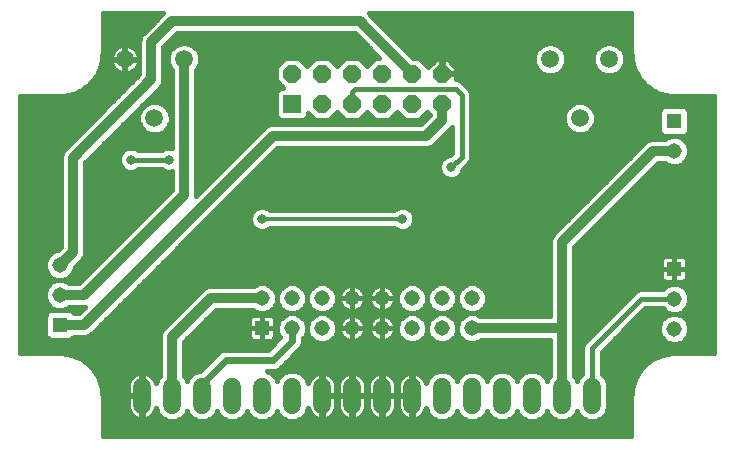
<source format=gbl>
G75*
G70*
%OFA0B0*%
%FSLAX24Y24*%
%IPPOS*%
%LPD*%
%AMOC8*
5,1,8,0,0,1.08239X$1,22.5*
%
%ADD10R,0.0600X0.0600*%
%ADD11OC8,0.0600*%
%ADD12C,0.0600*%
%ADD13R,0.0515X0.0515*%
%ADD14C,0.0515*%
%ADD15C,0.0594*%
%ADD16C,0.0160*%
%ADD17C,0.0450*%
%ADD18C,0.0320*%
%ADD19C,0.0320*%
%ADD20C,0.0120*%
%ADD21C,0.0240*%
D10*
X013705Y014728D03*
D11*
X014705Y014728D03*
X015705Y014728D03*
X016705Y014728D03*
X017705Y014728D03*
X018705Y014728D03*
X018705Y015728D03*
X017705Y015728D03*
X016705Y015728D03*
X015705Y015728D03*
X014705Y015728D03*
X013705Y015728D03*
D12*
X013705Y005291D02*
X013705Y004691D01*
X012705Y004691D02*
X012705Y005291D01*
X011705Y005291D02*
X011705Y004691D01*
X010705Y004691D02*
X010705Y005291D01*
X009705Y005291D02*
X009705Y004691D01*
X008705Y004691D02*
X008705Y005291D01*
X014705Y005291D02*
X014705Y004691D01*
X015705Y004691D02*
X015705Y005291D01*
X016705Y005291D02*
X016705Y004691D01*
X017705Y004691D02*
X017705Y005291D01*
X018705Y005291D02*
X018705Y004691D01*
X019705Y004691D02*
X019705Y005291D01*
X020705Y005291D02*
X020705Y004691D01*
X021705Y004691D02*
X021705Y005291D01*
X022705Y005291D02*
X022705Y004691D01*
X023705Y004691D02*
X023705Y005291D01*
D13*
X026442Y009224D03*
X026442Y014153D03*
X012705Y007247D03*
X005969Y007354D03*
D14*
X005969Y008354D03*
X005969Y009354D03*
X012705Y008247D03*
X013705Y008247D03*
X014705Y008247D03*
X015705Y008247D03*
X016705Y008247D03*
X017705Y008247D03*
X018705Y008247D03*
X019705Y008247D03*
X019705Y007247D03*
X018705Y007247D03*
X017705Y007247D03*
X016705Y007247D03*
X015705Y007247D03*
X014705Y007247D03*
X013705Y007247D03*
X026442Y007224D03*
X026442Y008224D03*
X026442Y013153D03*
D15*
X023292Y014243D03*
X024276Y016212D03*
X022308Y016212D03*
X010103Y016212D03*
X008134Y016212D03*
X009119Y014243D03*
D16*
X007390Y004953D02*
X007390Y003657D01*
X025020Y003657D01*
X025020Y004953D01*
X025018Y004961D01*
X025020Y005000D01*
X025020Y005039D01*
X025024Y005047D01*
X025031Y005147D01*
X025028Y005164D01*
X025034Y005194D01*
X025036Y005224D01*
X025044Y005240D01*
X025067Y005346D01*
X025067Y005363D01*
X025077Y005392D01*
X025084Y005422D01*
X025094Y005436D01*
X025132Y005538D01*
X025134Y005555D01*
X025148Y005582D01*
X025159Y005611D01*
X025171Y005624D01*
X025223Y005719D01*
X025227Y005736D01*
X025246Y005760D01*
X025260Y005787D01*
X025274Y005798D01*
X025339Y005885D01*
X025346Y005901D01*
X025367Y005923D01*
X025385Y005947D01*
X025401Y005956D01*
X025477Y006032D01*
X025486Y006048D01*
X025511Y006066D01*
X025532Y006088D01*
X025548Y006094D01*
X025635Y006159D01*
X025646Y006173D01*
X025673Y006187D01*
X025697Y006206D01*
X025714Y006210D01*
X025809Y006262D01*
X025822Y006274D01*
X025851Y006285D01*
X025878Y006299D01*
X025895Y006301D01*
X025997Y006339D01*
X026011Y006349D01*
X026041Y006356D01*
X026070Y006366D01*
X026087Y006366D01*
X026193Y006389D01*
X026209Y006397D01*
X026239Y006399D01*
X026269Y006405D01*
X026286Y006402D01*
X026386Y006409D01*
X026394Y006413D01*
X026433Y006413D01*
X026472Y006415D01*
X026480Y006413D01*
X027776Y006413D01*
X027776Y014988D01*
X026480Y014988D01*
X026472Y014985D01*
X026433Y014988D01*
X026394Y014988D01*
X026386Y014991D01*
X026286Y014998D01*
X026269Y014995D01*
X026239Y015002D01*
X026209Y015004D01*
X026193Y015012D01*
X026087Y015035D01*
X026070Y015034D01*
X026041Y015045D01*
X026011Y015051D01*
X025997Y015061D01*
X025895Y015099D01*
X025878Y015101D01*
X025851Y015116D01*
X025822Y015126D01*
X025809Y015138D01*
X025714Y015190D01*
X025697Y015194D01*
X025673Y015213D01*
X025646Y015227D01*
X025635Y015241D01*
X025548Y015306D01*
X025532Y015313D01*
X025511Y015334D01*
X025486Y015353D01*
X025477Y015368D01*
X025401Y015444D01*
X025385Y015453D01*
X025367Y015478D01*
X025346Y015499D01*
X025339Y015516D01*
X025274Y015602D01*
X025260Y015613D01*
X025246Y015640D01*
X025227Y015665D01*
X025223Y015682D01*
X025171Y015777D01*
X025159Y015790D01*
X025148Y015818D01*
X025134Y015845D01*
X025132Y015863D01*
X025094Y015964D01*
X025084Y015978D01*
X025077Y016008D01*
X025067Y016037D01*
X025067Y016054D01*
X025044Y016160D01*
X025036Y016176D01*
X025034Y016207D01*
X025028Y016236D01*
X025031Y016254D01*
X025024Y016353D01*
X025020Y016361D01*
X025020Y016400D01*
X025018Y016439D01*
X025020Y016448D01*
X025020Y017744D01*
X016255Y017744D01*
X016295Y017703D01*
X017731Y016268D01*
X017929Y016268D01*
X018245Y015951D01*
X018245Y015946D01*
X018507Y016208D01*
X018685Y016208D01*
X018685Y015748D01*
X018725Y015748D01*
X018725Y016208D01*
X018904Y016208D01*
X019185Y015926D01*
X019185Y015748D01*
X018726Y015748D01*
X018726Y015708D01*
X019185Y015708D01*
X019185Y015548D01*
X019222Y015548D01*
X019339Y015499D01*
X019536Y015302D01*
X019626Y015212D01*
X019675Y015095D01*
X019675Y013028D01*
X019675Y012900D01*
X019626Y012783D01*
X019410Y012567D01*
X019410Y012540D01*
X019350Y012393D01*
X019237Y012280D01*
X019090Y012219D01*
X018931Y012219D01*
X018784Y012280D01*
X018671Y012393D01*
X018610Y012540D01*
X018610Y012699D01*
X018671Y012846D01*
X018784Y012959D01*
X018931Y013019D01*
X018958Y013019D01*
X019035Y013096D01*
X019035Y013948D01*
X018513Y013426D01*
X018400Y013314D01*
X018253Y013253D01*
X013221Y013253D01*
X007096Y007127D01*
X006983Y007015D01*
X006836Y006954D01*
X006423Y006954D01*
X006363Y006893D01*
X006274Y006856D01*
X005664Y006856D01*
X005576Y006893D01*
X005508Y006960D01*
X005472Y007048D01*
X005472Y007659D01*
X005508Y007747D01*
X005576Y007815D01*
X005664Y007851D01*
X006274Y007851D01*
X006363Y007815D01*
X006423Y007754D01*
X006591Y007754D01*
X006791Y007954D01*
X006273Y007954D01*
X006251Y007932D01*
X006068Y007856D01*
X005870Y007856D01*
X005687Y007932D01*
X005547Y008072D01*
X005472Y008255D01*
X005472Y008453D01*
X005547Y008635D01*
X005687Y008775D01*
X005870Y008851D01*
X006068Y008851D01*
X006251Y008775D01*
X006273Y008754D01*
X006591Y008754D01*
X009703Y011866D01*
X009703Y012471D01*
X009690Y012466D01*
X009531Y012466D01*
X009384Y012526D01*
X009365Y012546D01*
X008577Y012546D01*
X008558Y012526D01*
X008411Y012466D01*
X008252Y012466D01*
X008105Y012526D01*
X007992Y012639D01*
X007931Y012786D01*
X007931Y012945D01*
X007992Y013092D01*
X008105Y013205D01*
X008252Y013265D01*
X008411Y013265D01*
X008558Y013205D01*
X008577Y013185D01*
X009365Y013185D01*
X009384Y013205D01*
X009531Y013265D01*
X009690Y013265D01*
X009703Y013260D01*
X009703Y015853D01*
X009648Y015908D01*
X009566Y016105D01*
X009566Y016319D01*
X009648Y016516D01*
X009799Y016667D01*
X009996Y016749D01*
X010210Y016749D01*
X010407Y016667D01*
X010558Y016516D01*
X010640Y016319D01*
X010640Y016105D01*
X010558Y015908D01*
X010503Y015853D01*
X010503Y011780D01*
X010503Y011666D01*
X012829Y013992D01*
X012976Y014053D01*
X013135Y014053D01*
X018008Y014053D01*
X018305Y014350D01*
X018305Y014364D01*
X018205Y014464D01*
X017929Y014188D01*
X017482Y014188D01*
X017205Y014464D01*
X016929Y014188D01*
X016482Y014188D01*
X016205Y014464D01*
X015929Y014188D01*
X015482Y014188D01*
X015205Y014464D01*
X014929Y014188D01*
X014482Y014188D01*
X014245Y014424D01*
X014245Y014380D01*
X014209Y014292D01*
X014141Y014224D01*
X014053Y014188D01*
X013358Y014188D01*
X013269Y014224D01*
X013202Y014292D01*
X013165Y014380D01*
X013165Y015075D01*
X013202Y015164D01*
X013269Y015231D01*
X013358Y015268D01*
X013402Y015268D01*
X013165Y015504D01*
X013165Y015951D01*
X013482Y016268D01*
X013929Y016268D01*
X014205Y015991D01*
X014482Y016268D01*
X014929Y016268D01*
X015205Y015991D01*
X015482Y016268D01*
X015929Y016268D01*
X016205Y015991D01*
X016482Y016268D01*
X016600Y016268D01*
X015791Y017077D01*
X009870Y017077D01*
X009419Y016626D01*
X009419Y015621D01*
X009419Y015462D01*
X009358Y015315D01*
X006794Y012751D01*
X006794Y009858D01*
X006794Y009699D01*
X006733Y009552D01*
X006467Y009285D01*
X006467Y009255D01*
X006391Y009072D01*
X006251Y008932D01*
X006068Y008856D01*
X005870Y008856D01*
X005687Y008932D01*
X005547Y009072D01*
X005472Y009255D01*
X005472Y009453D01*
X005547Y009635D01*
X005687Y009775D01*
X005870Y009851D01*
X005901Y009851D01*
X005994Y009945D01*
X005994Y012996D01*
X006055Y013143D01*
X006168Y013256D01*
X008619Y015707D01*
X008619Y016871D01*
X008680Y017018D01*
X008793Y017131D01*
X009406Y017744D01*
X007390Y017744D01*
X007390Y016448D01*
X007393Y016439D01*
X007390Y016400D01*
X007390Y016361D01*
X007387Y016353D01*
X007380Y016254D01*
X007383Y016236D01*
X007376Y016207D01*
X007374Y016176D01*
X007366Y016160D01*
X007343Y016054D01*
X007344Y016037D01*
X007333Y016008D01*
X007327Y015978D01*
X007317Y015964D01*
X007279Y015863D01*
X007277Y015845D01*
X007262Y015818D01*
X007252Y015790D01*
X007240Y015777D01*
X007188Y015682D01*
X007183Y015665D01*
X007165Y015640D01*
X007151Y015613D01*
X007137Y015602D01*
X007072Y015516D01*
X007065Y015499D01*
X007044Y015478D01*
X007025Y015453D01*
X007010Y015444D01*
X006934Y015368D01*
X006925Y015353D01*
X006900Y015334D01*
X006879Y015313D01*
X006862Y015306D01*
X006776Y015241D01*
X006765Y015227D01*
X006738Y015213D01*
X006713Y015194D01*
X006696Y015190D01*
X006601Y015138D01*
X006588Y015126D01*
X006560Y015116D01*
X006533Y015101D01*
X006515Y015099D01*
X006414Y015061D01*
X006400Y015051D01*
X006370Y015045D01*
X006341Y015034D01*
X006323Y015035D01*
X006218Y015012D01*
X006202Y015004D01*
X006171Y015002D01*
X006142Y014995D01*
X006124Y014998D01*
X006025Y014991D01*
X006017Y014988D01*
X005978Y014988D01*
X005939Y014985D01*
X005930Y014988D01*
X004634Y014988D01*
X004634Y006413D01*
X005930Y006413D01*
X005939Y006415D01*
X005978Y006413D01*
X006017Y006413D01*
X006025Y006409D01*
X006124Y006402D01*
X006142Y006405D01*
X006171Y006399D01*
X006202Y006397D01*
X006218Y006389D01*
X006323Y006366D01*
X006341Y006366D01*
X006370Y006356D01*
X006400Y006349D01*
X006414Y006339D01*
X006515Y006301D01*
X006533Y006299D01*
X006560Y006285D01*
X006588Y006274D01*
X006601Y006262D01*
X006696Y006210D01*
X006713Y006206D01*
X006738Y006187D01*
X006765Y006173D01*
X006776Y006159D01*
X006862Y006094D01*
X006879Y006088D01*
X006900Y006066D01*
X006925Y006048D01*
X006934Y006032D01*
X007010Y005956D01*
X007025Y005947D01*
X007044Y005923D01*
X007065Y005901D01*
X007072Y005885D01*
X007137Y005798D01*
X007151Y005787D01*
X007165Y005760D01*
X007183Y005736D01*
X007188Y005719D01*
X007240Y005624D01*
X007252Y005611D01*
X007262Y005582D01*
X007277Y005555D01*
X007279Y005538D01*
X007317Y005436D01*
X007327Y005422D01*
X007333Y005392D01*
X007344Y005363D01*
X007343Y005346D01*
X007366Y005240D01*
X007374Y005224D01*
X007376Y005194D01*
X007383Y005164D01*
X007380Y005147D01*
X007387Y005047D01*
X007390Y005039D01*
X007390Y005000D01*
X007393Y004961D01*
X007390Y004953D01*
X007390Y005002D02*
X008685Y005002D01*
X008685Y005011D02*
X008685Y004971D01*
X008725Y004971D01*
X008725Y004211D01*
X008743Y004211D01*
X008818Y004223D01*
X008890Y004247D01*
X008957Y004281D01*
X009018Y004325D01*
X009071Y004379D01*
X009116Y004440D01*
X009150Y004507D01*
X009171Y004571D01*
X009248Y004386D01*
X009399Y004234D01*
X009598Y004151D01*
X009813Y004151D01*
X010011Y004234D01*
X010163Y004386D01*
X010205Y004488D01*
X010248Y004386D01*
X010399Y004234D01*
X010598Y004151D01*
X010813Y004151D01*
X011011Y004234D01*
X011163Y004386D01*
X011205Y004488D01*
X011248Y004386D01*
X011399Y004234D01*
X011598Y004151D01*
X011813Y004151D01*
X012011Y004234D01*
X012163Y004386D01*
X012205Y004488D01*
X012248Y004386D01*
X012399Y004234D01*
X012598Y004151D01*
X012813Y004151D01*
X013011Y004234D01*
X013163Y004386D01*
X013205Y004488D01*
X013248Y004386D01*
X013399Y004234D01*
X013598Y004151D01*
X013813Y004151D01*
X014011Y004234D01*
X014163Y004386D01*
X014240Y004571D01*
X014261Y004507D01*
X014295Y004440D01*
X014339Y004379D01*
X014393Y004325D01*
X014454Y004281D01*
X014521Y004247D01*
X014593Y004223D01*
X014668Y004211D01*
X014685Y004211D01*
X014685Y004971D01*
X014725Y004971D01*
X014725Y004211D01*
X014743Y004211D01*
X014818Y004223D01*
X014890Y004247D01*
X014957Y004281D01*
X015018Y004325D01*
X015071Y004379D01*
X015116Y004440D01*
X015150Y004507D01*
X015174Y004579D01*
X015185Y004654D01*
X015185Y004971D01*
X014726Y004971D01*
X014726Y005011D01*
X015185Y005011D01*
X015185Y005329D01*
X015174Y005404D01*
X015150Y005476D01*
X015116Y005543D01*
X015071Y005604D01*
X015018Y005658D01*
X014957Y005702D01*
X014890Y005736D01*
X014818Y005760D01*
X014743Y005771D01*
X014725Y005771D01*
X014725Y005012D01*
X014685Y005012D01*
X014685Y005771D01*
X014668Y005771D01*
X014593Y005760D01*
X014521Y005736D01*
X014454Y005702D01*
X014393Y005658D01*
X014339Y005604D01*
X014295Y005543D01*
X014261Y005476D01*
X014240Y005412D01*
X014163Y005597D01*
X014011Y005749D01*
X013813Y005831D01*
X013598Y005831D01*
X013399Y005749D01*
X013248Y005597D01*
X013205Y005495D01*
X013163Y005597D01*
X013011Y005749D01*
X012858Y005813D01*
X013127Y005813D01*
X013260Y005867D01*
X013361Y005969D01*
X014011Y006618D01*
X014065Y006751D01*
X014065Y006894D01*
X014065Y006904D01*
X014127Y006966D01*
X014203Y007148D01*
X014203Y007346D01*
X014127Y007529D01*
X013987Y007669D01*
X013804Y007745D01*
X013606Y007745D01*
X013424Y007669D01*
X013284Y007529D01*
X013208Y007346D01*
X013208Y007148D01*
X013284Y006966D01*
X013312Y006938D01*
X012907Y006533D01*
X011564Y006533D01*
X011421Y006533D01*
X011289Y006478D01*
X010643Y005831D01*
X010598Y005831D01*
X010399Y005749D01*
X010248Y005597D01*
X010205Y005495D01*
X010163Y005597D01*
X010105Y005655D01*
X010105Y006794D01*
X011158Y007847D01*
X012402Y007847D01*
X012424Y007826D01*
X012606Y007750D01*
X012804Y007750D01*
X012987Y007826D01*
X013127Y007966D01*
X013203Y008148D01*
X013203Y008346D01*
X013127Y008529D01*
X012987Y008669D01*
X012804Y008745D01*
X012606Y008745D01*
X012424Y008669D01*
X012402Y008647D01*
X011072Y008647D01*
X010913Y008647D01*
X010766Y008586D01*
X009479Y007299D01*
X009366Y007187D01*
X009305Y007040D01*
X009305Y005655D01*
X009248Y005597D01*
X009171Y005412D01*
X009150Y005476D01*
X009116Y005543D01*
X009071Y005604D01*
X009018Y005658D01*
X008957Y005702D01*
X008890Y005736D01*
X008818Y005760D01*
X008743Y005771D01*
X008725Y005771D01*
X008725Y005012D01*
X008685Y005012D01*
X008685Y005771D01*
X008668Y005771D01*
X008593Y005760D01*
X008521Y005736D01*
X008454Y005702D01*
X008393Y005658D01*
X008339Y005604D01*
X008295Y005543D01*
X008261Y005476D01*
X008237Y005404D01*
X008225Y005329D01*
X008225Y005011D01*
X008685Y005011D01*
X008685Y004971D02*
X008225Y004971D01*
X008225Y004654D01*
X008237Y004579D01*
X008261Y004507D01*
X008295Y004440D01*
X008339Y004379D01*
X008393Y004325D01*
X008454Y004281D01*
X008521Y004247D01*
X008593Y004223D01*
X008668Y004211D01*
X008685Y004211D01*
X008685Y004971D01*
X008685Y004844D02*
X008725Y004844D01*
X008725Y004685D02*
X008685Y004685D01*
X008685Y004526D02*
X008725Y004526D01*
X008725Y004368D02*
X008685Y004368D01*
X008350Y004368D02*
X007390Y004368D01*
X007390Y004526D02*
X008254Y004526D01*
X008225Y004685D02*
X007390Y004685D01*
X007390Y004844D02*
X008225Y004844D01*
X008225Y005161D02*
X007382Y005161D01*
X007349Y005319D02*
X008225Y005319D01*
X008262Y005478D02*
X007301Y005478D01*
X007233Y005636D02*
X008371Y005636D01*
X008685Y005636D02*
X008725Y005636D01*
X008725Y005478D02*
X008685Y005478D01*
X008685Y005319D02*
X008725Y005319D01*
X008725Y005161D02*
X008685Y005161D01*
X009149Y005478D02*
X009198Y005478D01*
X009286Y005636D02*
X009039Y005636D01*
X009305Y005795D02*
X007141Y005795D01*
X007014Y005953D02*
X009305Y005953D01*
X009305Y006112D02*
X006839Y006112D01*
X006592Y006270D02*
X009305Y006270D01*
X009305Y006429D02*
X004634Y006429D01*
X004634Y006588D02*
X009305Y006588D01*
X009305Y006746D02*
X004634Y006746D01*
X004634Y006905D02*
X005564Y006905D01*
X005472Y007063D02*
X004634Y007063D01*
X004634Y007222D02*
X005472Y007222D01*
X005472Y007380D02*
X004634Y007380D01*
X004634Y007539D02*
X005472Y007539D01*
X005488Y007697D02*
X004634Y007697D01*
X004634Y007856D02*
X006693Y007856D01*
X007349Y007380D02*
X009560Y007380D01*
X009401Y007222D02*
X007190Y007222D01*
X007032Y007063D02*
X009315Y007063D01*
X009305Y006905D02*
X006374Y006905D01*
X007507Y007539D02*
X009719Y007539D01*
X009877Y007697D02*
X007666Y007697D01*
X007824Y007856D02*
X010036Y007856D01*
X010194Y008014D02*
X007983Y008014D01*
X008141Y008173D02*
X010353Y008173D01*
X010511Y008332D02*
X008300Y008332D01*
X008459Y008490D02*
X010670Y008490D01*
X011008Y007697D02*
X013492Y007697D01*
X013606Y007750D02*
X013804Y007750D01*
X013987Y007826D01*
X014127Y007966D01*
X014203Y008148D01*
X014203Y008346D01*
X014127Y008529D01*
X013987Y008669D01*
X013804Y008745D01*
X013606Y008745D01*
X013424Y008669D01*
X013284Y008529D01*
X013208Y008346D01*
X013208Y008148D01*
X013284Y007966D01*
X013424Y007826D01*
X013606Y007750D01*
X013393Y007856D02*
X013017Y007856D01*
X012987Y007685D02*
X012706Y007685D01*
X012706Y007248D01*
X013143Y007248D01*
X013143Y007529D01*
X013131Y007574D01*
X013107Y007615D01*
X013073Y007649D01*
X013032Y007673D01*
X012987Y007685D01*
X013140Y007539D02*
X013293Y007539D01*
X013222Y007380D02*
X013143Y007380D01*
X013143Y007247D02*
X012706Y007247D01*
X012706Y007248D01*
X012705Y007248D01*
X012705Y007685D01*
X012424Y007685D01*
X012378Y007673D01*
X012337Y007649D01*
X012304Y007615D01*
X012280Y007574D01*
X012268Y007529D01*
X012268Y007248D01*
X012705Y007248D01*
X012705Y007247D01*
X012706Y007247D01*
X012706Y006810D01*
X012987Y006810D01*
X013032Y006822D01*
X013073Y006846D01*
X013107Y006879D01*
X013131Y006920D01*
X013143Y006966D01*
X013143Y007247D01*
X013143Y007222D02*
X013208Y007222D01*
X013243Y007063D02*
X013143Y007063D01*
X013121Y006905D02*
X013279Y006905D01*
X013120Y006746D02*
X010105Y006746D01*
X010105Y006588D02*
X012962Y006588D01*
X012705Y006810D02*
X012424Y006810D01*
X012378Y006822D01*
X012337Y006846D01*
X012304Y006879D01*
X012280Y006920D01*
X012268Y006966D01*
X012268Y007247D01*
X012705Y007247D01*
X012705Y006810D01*
X012705Y006905D02*
X012706Y006905D01*
X012705Y007063D02*
X012706Y007063D01*
X012705Y007222D02*
X012706Y007222D01*
X012705Y007380D02*
X012706Y007380D01*
X012705Y007539D02*
X012706Y007539D01*
X012271Y007539D02*
X010850Y007539D01*
X010691Y007380D02*
X012268Y007380D01*
X012268Y007222D02*
X010533Y007222D01*
X010374Y007063D02*
X012268Y007063D01*
X012289Y006905D02*
X010216Y006905D01*
X010105Y006429D02*
X011240Y006429D01*
X011082Y006270D02*
X010105Y006270D01*
X010105Y006112D02*
X010923Y006112D01*
X010764Y005953D02*
X010105Y005953D01*
X010105Y005795D02*
X010510Y005795D01*
X010286Y005636D02*
X010124Y005636D01*
X009189Y004526D02*
X009156Y004526D01*
X009061Y004368D02*
X009265Y004368D01*
X009458Y004209D02*
X007390Y004209D01*
X007390Y004051D02*
X025020Y004051D01*
X025020Y004209D02*
X023953Y004209D01*
X024011Y004234D02*
X024163Y004386D01*
X024245Y004584D01*
X024245Y005399D01*
X024163Y005597D01*
X024025Y005735D01*
X024025Y006445D01*
X025484Y007904D01*
X026058Y007904D01*
X026160Y007802D01*
X026343Y007726D01*
X026541Y007726D01*
X026723Y007802D01*
X026863Y007942D01*
X026939Y008125D01*
X026939Y008323D01*
X026863Y008506D01*
X026723Y008645D01*
X026541Y008721D01*
X026343Y008721D01*
X026160Y008645D01*
X026058Y008544D01*
X025415Y008544D01*
X025288Y008544D01*
X025170Y008495D01*
X023434Y006759D01*
X023385Y006641D01*
X023385Y006514D01*
X023385Y005735D01*
X023248Y005597D01*
X023205Y005495D01*
X023163Y005597D01*
X023101Y005659D01*
X023101Y007168D01*
X023101Y007327D01*
X023101Y009944D01*
X025910Y012753D01*
X026138Y012753D01*
X026160Y012731D01*
X026343Y012655D01*
X026541Y012655D01*
X026723Y012731D01*
X026863Y012871D01*
X026939Y013054D01*
X026939Y013252D01*
X026863Y013435D01*
X026723Y013575D01*
X026541Y013650D01*
X026343Y013650D01*
X026160Y013575D01*
X026138Y013553D01*
X025824Y013553D01*
X025665Y013553D01*
X025518Y013492D01*
X022475Y010449D01*
X022475Y010449D01*
X022362Y010336D01*
X022301Y010189D01*
X022301Y007647D01*
X020009Y007647D01*
X019987Y007669D01*
X019804Y007745D01*
X019606Y007745D01*
X019424Y007669D01*
X019284Y007529D01*
X019208Y007346D01*
X019208Y007148D01*
X019284Y006966D01*
X019424Y006826D01*
X019606Y006750D01*
X019804Y006750D01*
X019987Y006826D01*
X020009Y006847D01*
X022301Y006847D01*
X022301Y005651D01*
X022248Y005597D01*
X022205Y005495D01*
X022163Y005597D01*
X022011Y005749D01*
X021813Y005831D01*
X021598Y005831D01*
X021399Y005749D01*
X021248Y005597D01*
X021205Y005495D01*
X021163Y005597D01*
X021011Y005749D01*
X020813Y005831D01*
X020598Y005831D01*
X020399Y005749D01*
X020248Y005597D01*
X020205Y005495D01*
X020163Y005597D01*
X020011Y005749D01*
X019813Y005831D01*
X019598Y005831D01*
X019399Y005749D01*
X019248Y005597D01*
X019205Y005495D01*
X019163Y005597D01*
X019011Y005749D01*
X018813Y005831D01*
X018598Y005831D01*
X018399Y005749D01*
X018248Y005597D01*
X018171Y005412D01*
X018150Y005476D01*
X018116Y005543D01*
X018071Y005604D01*
X018018Y005658D01*
X017957Y005702D01*
X017890Y005736D01*
X017818Y005760D01*
X017743Y005771D01*
X017725Y005771D01*
X017725Y005012D01*
X017685Y005012D01*
X017685Y005771D01*
X017668Y005771D01*
X017593Y005760D01*
X017521Y005736D01*
X017454Y005702D01*
X017393Y005658D01*
X017339Y005604D01*
X017295Y005543D01*
X017261Y005476D01*
X017237Y005404D01*
X017225Y005329D01*
X017225Y005011D01*
X017685Y005011D01*
X017685Y004971D01*
X017725Y004971D01*
X017725Y004211D01*
X017743Y004211D01*
X017818Y004223D01*
X017890Y004247D01*
X017957Y004281D01*
X018018Y004325D01*
X018071Y004379D01*
X018116Y004440D01*
X018150Y004507D01*
X018171Y004571D01*
X018248Y004386D01*
X018399Y004234D01*
X018598Y004151D01*
X018813Y004151D01*
X019011Y004234D01*
X019163Y004386D01*
X019205Y004488D01*
X019248Y004386D01*
X019399Y004234D01*
X019598Y004151D01*
X019813Y004151D01*
X020011Y004234D01*
X020163Y004386D01*
X020205Y004488D01*
X020248Y004386D01*
X020399Y004234D01*
X020598Y004151D01*
X020813Y004151D01*
X021011Y004234D01*
X021163Y004386D01*
X021205Y004488D01*
X021248Y004386D01*
X021399Y004234D01*
X021598Y004151D01*
X021813Y004151D01*
X022011Y004234D01*
X022163Y004386D01*
X022205Y004488D01*
X022248Y004386D01*
X022399Y004234D01*
X022598Y004151D01*
X022813Y004151D01*
X023011Y004234D01*
X023163Y004386D01*
X023205Y004488D01*
X023248Y004386D01*
X023399Y004234D01*
X023598Y004151D01*
X023813Y004151D01*
X024011Y004234D01*
X024145Y004368D02*
X025020Y004368D01*
X025020Y004526D02*
X024221Y004526D01*
X024245Y004685D02*
X025020Y004685D01*
X025020Y004844D02*
X024245Y004844D01*
X024245Y005002D02*
X025020Y005002D01*
X025028Y005161D02*
X024245Y005161D01*
X024245Y005319D02*
X025062Y005319D01*
X025109Y005478D02*
X024213Y005478D01*
X024124Y005636D02*
X025178Y005636D01*
X025270Y005795D02*
X024025Y005795D01*
X024025Y005953D02*
X025396Y005953D01*
X025572Y006112D02*
X024025Y006112D01*
X024025Y006270D02*
X025819Y006270D01*
X026160Y006802D02*
X026343Y006726D01*
X026541Y006726D01*
X026723Y006802D01*
X026863Y006942D01*
X026939Y007125D01*
X026939Y007323D01*
X026863Y007506D01*
X026723Y007645D01*
X026541Y007721D01*
X026343Y007721D01*
X026160Y007645D01*
X026020Y007506D01*
X025944Y007323D01*
X025944Y007125D01*
X026020Y006942D01*
X026160Y006802D01*
X026057Y006905D02*
X024485Y006905D01*
X024643Y007063D02*
X025970Y007063D01*
X025944Y007222D02*
X024802Y007222D01*
X024960Y007380D02*
X025968Y007380D01*
X026053Y007539D02*
X025119Y007539D01*
X025278Y007697D02*
X026285Y007697D01*
X026106Y007856D02*
X025436Y007856D01*
X025351Y008224D02*
X023705Y006578D01*
X023705Y004991D01*
X023265Y004368D02*
X023145Y004368D01*
X022953Y004209D02*
X023458Y004209D01*
X022458Y004209D02*
X021953Y004209D01*
X022145Y004368D02*
X022265Y004368D01*
X022705Y004991D02*
X022701Y004995D01*
X022286Y005636D02*
X022124Y005636D01*
X022301Y005795D02*
X021901Y005795D01*
X022301Y005953D02*
X013346Y005953D01*
X013504Y006112D02*
X022301Y006112D01*
X022301Y006270D02*
X013663Y006270D01*
X013821Y006429D02*
X022301Y006429D01*
X022301Y006588D02*
X013980Y006588D01*
X014063Y006746D02*
X022301Y006746D01*
X022701Y007247D02*
X022701Y007354D01*
X023101Y007380D02*
X024055Y007380D01*
X023897Y007222D02*
X023101Y007222D01*
X023101Y007063D02*
X023738Y007063D01*
X023580Y006905D02*
X023101Y006905D01*
X023101Y006746D02*
X023429Y006746D01*
X023385Y006588D02*
X023101Y006588D01*
X023101Y006429D02*
X023385Y006429D01*
X023385Y006270D02*
X023101Y006270D01*
X023101Y006112D02*
X023385Y006112D01*
X023385Y005953D02*
X023101Y005953D01*
X023101Y005795D02*
X023385Y005795D01*
X023286Y005636D02*
X023124Y005636D01*
X024025Y006429D02*
X027776Y006429D01*
X027776Y006588D02*
X024168Y006588D01*
X024326Y006746D02*
X026295Y006746D01*
X026588Y006746D02*
X027776Y006746D01*
X027776Y006905D02*
X026826Y006905D01*
X026913Y007063D02*
X027776Y007063D01*
X027776Y007222D02*
X026939Y007222D01*
X026915Y007380D02*
X027776Y007380D01*
X027776Y007539D02*
X026830Y007539D01*
X026598Y007697D02*
X027776Y007697D01*
X027776Y007856D02*
X026777Y007856D01*
X026893Y008014D02*
X027776Y008014D01*
X027776Y008173D02*
X026939Y008173D01*
X026935Y008332D02*
X027776Y008332D01*
X027776Y008490D02*
X026870Y008490D01*
X026716Y008649D02*
X027776Y008649D01*
X027776Y008807D02*
X026783Y008807D01*
X026769Y008799D02*
X026810Y008822D01*
X026843Y008856D01*
X026867Y008897D01*
X026879Y008943D01*
X026879Y009224D01*
X026879Y009505D01*
X026867Y009551D01*
X026843Y009592D01*
X026810Y009625D01*
X026769Y009649D01*
X026723Y009661D01*
X026442Y009661D01*
X026442Y009224D01*
X026879Y009224D01*
X026442Y009224D01*
X026442Y009224D01*
X026441Y009224D01*
X026441Y009224D01*
X026004Y009224D01*
X026004Y009505D01*
X026016Y009551D01*
X026040Y009592D01*
X026074Y009625D01*
X026115Y009649D01*
X026160Y009661D01*
X026441Y009661D01*
X026441Y009224D01*
X026004Y009224D01*
X026004Y008943D01*
X026016Y008897D01*
X026040Y008856D01*
X026074Y008822D01*
X026115Y008799D01*
X026160Y008786D01*
X026441Y008786D01*
X026441Y009223D01*
X026442Y009223D01*
X026442Y008786D01*
X026723Y008786D01*
X026769Y008799D01*
X026879Y008966D02*
X027776Y008966D01*
X027776Y009124D02*
X026879Y009124D01*
X026879Y009283D02*
X027776Y009283D01*
X027776Y009441D02*
X026879Y009441D01*
X026835Y009600D02*
X027776Y009600D01*
X027776Y009758D02*
X023101Y009758D01*
X023101Y009600D02*
X026048Y009600D01*
X026004Y009441D02*
X023101Y009441D01*
X023101Y009283D02*
X026004Y009283D01*
X026004Y009124D02*
X023101Y009124D01*
X023101Y008966D02*
X026004Y008966D01*
X026100Y008807D02*
X023101Y008807D01*
X023101Y008649D02*
X026167Y008649D01*
X026441Y008807D02*
X026442Y008807D01*
X026441Y008966D02*
X026442Y008966D01*
X026441Y009124D02*
X026442Y009124D01*
X026441Y009283D02*
X026442Y009283D01*
X026441Y009441D02*
X026442Y009441D01*
X026441Y009600D02*
X026442Y009600D01*
X027776Y009917D02*
X023101Y009917D01*
X023233Y010076D02*
X027776Y010076D01*
X027776Y010234D02*
X023392Y010234D01*
X023550Y010393D02*
X027776Y010393D01*
X027776Y010551D02*
X023709Y010551D01*
X023867Y010710D02*
X027776Y010710D01*
X027776Y010868D02*
X024026Y010868D01*
X024184Y011027D02*
X027776Y011027D01*
X027776Y011185D02*
X024343Y011185D01*
X024501Y011344D02*
X027776Y011344D01*
X027776Y011502D02*
X024660Y011502D01*
X024818Y011661D02*
X027776Y011661D01*
X027776Y011819D02*
X024977Y011819D01*
X025136Y011978D02*
X027776Y011978D01*
X027776Y012137D02*
X025294Y012137D01*
X025453Y012295D02*
X027776Y012295D01*
X027776Y012454D02*
X025611Y012454D01*
X025770Y012612D02*
X027776Y012612D01*
X027776Y012771D02*
X026763Y012771D01*
X026887Y012929D02*
X027776Y012929D01*
X027776Y013088D02*
X026939Y013088D01*
X026939Y013246D02*
X027776Y013246D01*
X027776Y013405D02*
X026876Y013405D01*
X026734Y013563D02*
X027776Y013563D01*
X027776Y013722D02*
X026865Y013722D01*
X026835Y013692D02*
X026902Y013759D01*
X026939Y013848D01*
X026939Y014458D01*
X026902Y014546D01*
X026835Y014614D01*
X026747Y014650D01*
X026136Y014650D01*
X026048Y014614D01*
X025981Y014546D01*
X025944Y014458D01*
X025944Y013848D01*
X025981Y013759D01*
X026048Y013692D01*
X026136Y013655D01*
X026747Y013655D01*
X026835Y013692D01*
X026939Y013881D02*
X027776Y013881D01*
X027776Y014039D02*
X026939Y014039D01*
X026939Y014198D02*
X027776Y014198D01*
X027776Y014356D02*
X026939Y014356D01*
X026916Y014515D02*
X027776Y014515D01*
X027776Y014673D02*
X023621Y014673D01*
X023596Y014699D02*
X023399Y014780D01*
X023185Y014780D01*
X022988Y014699D01*
X022837Y014548D01*
X022755Y014350D01*
X022755Y014137D01*
X022837Y013939D01*
X022988Y013788D01*
X023185Y013707D01*
X023399Y013707D01*
X023596Y013788D01*
X023747Y013939D01*
X023829Y014137D01*
X023829Y014350D01*
X023747Y014548D01*
X023596Y014699D01*
X023761Y014515D02*
X025968Y014515D01*
X025944Y014356D02*
X023826Y014356D01*
X023829Y014198D02*
X025944Y014198D01*
X025944Y014039D02*
X023788Y014039D01*
X023688Y013881D02*
X025944Y013881D01*
X026018Y013722D02*
X023436Y013722D01*
X023148Y013722D02*
X019675Y013722D01*
X019675Y013563D02*
X026149Y013563D01*
X025431Y013405D02*
X019675Y013405D01*
X019675Y013246D02*
X025273Y013246D01*
X025114Y013088D02*
X019675Y013088D01*
X019675Y012929D02*
X024955Y012929D01*
X024797Y012771D02*
X019614Y012771D01*
X019456Y012612D02*
X024638Y012612D01*
X024480Y012454D02*
X019375Y012454D01*
X019252Y012295D02*
X024321Y012295D01*
X024163Y012137D02*
X012105Y012137D01*
X012264Y012295D02*
X018769Y012295D01*
X018646Y012454D02*
X012422Y012454D01*
X012581Y012612D02*
X018610Y012612D01*
X018640Y012771D02*
X012739Y012771D01*
X012898Y012929D02*
X018755Y012929D01*
X019026Y013088D02*
X013056Y013088D01*
X013215Y013246D02*
X019035Y013246D01*
X019035Y013405D02*
X018492Y013405D01*
X018650Y013563D02*
X019035Y013563D01*
X019035Y013722D02*
X018809Y013722D01*
X018967Y013881D02*
X019035Y013881D01*
X019675Y013881D02*
X022896Y013881D01*
X022796Y014039D02*
X019675Y014039D01*
X019675Y014198D02*
X022755Y014198D01*
X022758Y014356D02*
X019675Y014356D01*
X019675Y014515D02*
X022823Y014515D01*
X022963Y014673D02*
X019675Y014673D01*
X019675Y014832D02*
X027776Y014832D01*
X026387Y014990D02*
X019675Y014990D01*
X019652Y015149D02*
X025790Y015149D01*
X025545Y015307D02*
X019531Y015307D01*
X019372Y015466D02*
X025376Y015466D01*
X025254Y015625D02*
X019185Y015625D01*
X019185Y015783D02*
X021977Y015783D01*
X022004Y015757D02*
X022201Y015675D01*
X022414Y015675D01*
X022612Y015757D01*
X022763Y015908D01*
X022845Y016105D01*
X022845Y016319D01*
X022763Y016516D01*
X022612Y016667D01*
X022414Y016749D01*
X022201Y016749D01*
X022004Y016667D01*
X021853Y016516D01*
X021771Y016319D01*
X021771Y016105D01*
X021853Y015908D01*
X022004Y015757D01*
X021839Y015942D02*
X019170Y015942D01*
X019012Y016100D02*
X021773Y016100D01*
X021771Y016259D02*
X017938Y016259D01*
X018096Y016100D02*
X018399Y016100D01*
X018685Y016100D02*
X018725Y016100D01*
X018725Y015942D02*
X018685Y015942D01*
X018685Y015783D02*
X018725Y015783D01*
X019158Y015228D02*
X019355Y015031D01*
X019355Y012964D01*
X019010Y012619D01*
X017613Y011236D02*
X017466Y011297D01*
X017307Y011297D01*
X017160Y011236D01*
X017121Y011197D01*
X012971Y011197D01*
X012932Y011236D01*
X012785Y011297D01*
X012626Y011297D01*
X012479Y011236D01*
X012366Y011124D01*
X012305Y010977D01*
X012305Y010817D01*
X012366Y010670D01*
X012479Y010558D01*
X012626Y010497D01*
X012785Y010497D01*
X012932Y010558D01*
X012971Y010597D01*
X017121Y010597D01*
X017160Y010558D01*
X017307Y010497D01*
X017466Y010497D01*
X017613Y010558D01*
X017726Y010670D01*
X017786Y010817D01*
X017786Y010977D01*
X017726Y011124D01*
X017613Y011236D01*
X017664Y011185D02*
X023211Y011185D01*
X023053Y011027D02*
X017766Y011027D01*
X017786Y010868D02*
X022894Y010868D01*
X022736Y010710D02*
X017742Y010710D01*
X017597Y010551D02*
X022577Y010551D01*
X022419Y010393D02*
X010361Y010393D01*
X010520Y010551D02*
X012495Y010551D01*
X012350Y010710D02*
X010678Y010710D01*
X010837Y010868D02*
X012305Y010868D01*
X012326Y011027D02*
X010995Y011027D01*
X011154Y011185D02*
X012428Y011185D01*
X012916Y010551D02*
X017176Y010551D01*
X017606Y008745D02*
X017424Y008669D01*
X017284Y008529D01*
X017208Y008346D01*
X017208Y008148D01*
X017284Y007966D01*
X017424Y007826D01*
X017606Y007750D01*
X017804Y007750D01*
X017987Y007826D01*
X018127Y007966D01*
X018203Y008148D01*
X018203Y008346D01*
X018127Y008529D01*
X017987Y008669D01*
X017804Y008745D01*
X017606Y008745D01*
X017403Y008649D02*
X016881Y008649D01*
X016873Y008653D02*
X016808Y008674D01*
X016740Y008685D01*
X016706Y008685D01*
X016706Y008248D01*
X017143Y008248D01*
X017143Y008282D01*
X017132Y008350D01*
X017111Y008415D01*
X017079Y008477D01*
X017039Y008532D01*
X016990Y008581D01*
X016935Y008622D01*
X016873Y008653D01*
X016706Y008649D02*
X016705Y008649D01*
X016705Y008685D02*
X016671Y008685D01*
X016603Y008674D01*
X016537Y008653D01*
X016476Y008622D01*
X016420Y008581D01*
X016372Y008532D01*
X016331Y008477D01*
X016300Y008415D01*
X016279Y008350D01*
X016268Y008282D01*
X016268Y008248D01*
X016705Y008248D01*
X016705Y008685D01*
X016529Y008649D02*
X015881Y008649D01*
X015873Y008653D02*
X015808Y008674D01*
X015740Y008685D01*
X015706Y008685D01*
X015706Y008248D01*
X016143Y008248D01*
X016143Y008282D01*
X016132Y008350D01*
X016111Y008415D01*
X016079Y008477D01*
X016039Y008532D01*
X015990Y008581D01*
X015935Y008622D01*
X015873Y008653D01*
X015706Y008649D02*
X015705Y008649D01*
X015705Y008685D02*
X015671Y008685D01*
X015603Y008674D01*
X015537Y008653D01*
X015476Y008622D01*
X015420Y008581D01*
X015372Y008532D01*
X015331Y008477D01*
X015300Y008415D01*
X015279Y008350D01*
X015268Y008282D01*
X015268Y008248D01*
X015705Y008248D01*
X015705Y008685D01*
X015529Y008649D02*
X015008Y008649D01*
X014987Y008669D02*
X014804Y008745D01*
X014606Y008745D01*
X014424Y008669D01*
X014284Y008529D01*
X014208Y008346D01*
X014208Y008148D01*
X014284Y007966D01*
X014424Y007826D01*
X014606Y007750D01*
X014804Y007750D01*
X014987Y007826D01*
X015127Y007966D01*
X015203Y008148D01*
X015203Y008346D01*
X015127Y008529D01*
X014987Y008669D01*
X015143Y008490D02*
X015341Y008490D01*
X015276Y008332D02*
X015203Y008332D01*
X015268Y008247D02*
X015268Y008213D01*
X015279Y008145D01*
X015300Y008079D01*
X015331Y008018D01*
X015372Y007962D01*
X015420Y007914D01*
X015476Y007873D01*
X015537Y007842D01*
X015603Y007821D01*
X015671Y007810D01*
X015705Y007810D01*
X015705Y008247D01*
X015706Y008247D01*
X015706Y008248D01*
X015705Y008248D01*
X015705Y008247D01*
X015268Y008247D01*
X015274Y008173D02*
X015203Y008173D01*
X015147Y008014D02*
X015334Y008014D01*
X015510Y007856D02*
X015017Y007856D01*
X014919Y007697D02*
X017492Y007697D01*
X017424Y007669D02*
X017606Y007745D01*
X017804Y007745D01*
X017987Y007669D01*
X018127Y007529D01*
X018203Y007346D01*
X018203Y007148D01*
X018127Y006966D01*
X017987Y006826D01*
X017804Y006750D01*
X017606Y006750D01*
X017424Y006826D01*
X017284Y006966D01*
X017208Y007148D01*
X017208Y007346D01*
X017284Y007529D01*
X017424Y007669D01*
X017293Y007539D02*
X017033Y007539D01*
X017039Y007532D02*
X016990Y007581D01*
X016935Y007622D01*
X016873Y007653D01*
X016808Y007674D01*
X016740Y007685D01*
X016706Y007685D01*
X016706Y007248D01*
X017143Y007248D01*
X017143Y007282D01*
X017132Y007350D01*
X017111Y007415D01*
X017079Y007477D01*
X017039Y007532D01*
X017122Y007380D02*
X017222Y007380D01*
X017143Y007247D02*
X016706Y007247D01*
X016706Y007248D01*
X016705Y007248D01*
X016705Y007685D01*
X016671Y007685D01*
X016603Y007674D01*
X016537Y007653D01*
X016476Y007622D01*
X016420Y007581D01*
X016372Y007532D01*
X016331Y007477D01*
X016300Y007415D01*
X016279Y007350D01*
X016268Y007282D01*
X016268Y007248D01*
X016705Y007248D01*
X016705Y007247D01*
X016706Y007247D01*
X016706Y006810D01*
X016740Y006810D01*
X016808Y006821D01*
X016873Y006842D01*
X016935Y006873D01*
X016990Y006914D01*
X017039Y006962D01*
X017079Y007018D01*
X017111Y007079D01*
X017132Y007145D01*
X017143Y007213D01*
X017143Y007247D01*
X017143Y007222D02*
X017208Y007222D01*
X017243Y007063D02*
X017102Y007063D01*
X016978Y006905D02*
X017345Y006905D01*
X016706Y006905D02*
X016705Y006905D01*
X016705Y006810D02*
X016705Y007247D01*
X016268Y007247D01*
X016268Y007213D01*
X016279Y007145D01*
X016300Y007079D01*
X016331Y007018D01*
X016372Y006962D01*
X016420Y006914D01*
X016476Y006873D01*
X016537Y006842D01*
X016603Y006821D01*
X016671Y006810D01*
X016705Y006810D01*
X016705Y007063D02*
X016706Y007063D01*
X016705Y007222D02*
X016706Y007222D01*
X016705Y007380D02*
X016706Y007380D01*
X016705Y007539D02*
X016706Y007539D01*
X016706Y007810D02*
X016740Y007810D01*
X016808Y007821D01*
X016873Y007842D01*
X016935Y007873D01*
X016990Y007914D01*
X017039Y007962D01*
X017079Y008018D01*
X017111Y008079D01*
X017132Y008145D01*
X017143Y008213D01*
X017143Y008247D01*
X016706Y008247D01*
X016706Y008248D01*
X016705Y008248D01*
X016705Y008247D01*
X016706Y008247D01*
X016706Y007810D01*
X016705Y007810D02*
X016705Y008247D01*
X016268Y008247D01*
X016268Y008213D01*
X016279Y008145D01*
X016300Y008079D01*
X016331Y008018D01*
X016372Y007962D01*
X016420Y007914D01*
X016476Y007873D01*
X016537Y007842D01*
X016603Y007821D01*
X016671Y007810D01*
X016705Y007810D01*
X016705Y007856D02*
X016706Y007856D01*
X016705Y008014D02*
X016706Y008014D01*
X016705Y008173D02*
X016706Y008173D01*
X016705Y008332D02*
X016706Y008332D01*
X016705Y008490D02*
X016706Y008490D01*
X017070Y008490D02*
X017267Y008490D01*
X017208Y008332D02*
X017135Y008332D01*
X017136Y008173D02*
X017208Y008173D01*
X017263Y008014D02*
X017077Y008014D01*
X016901Y007856D02*
X017393Y007856D01*
X017919Y007697D02*
X018492Y007697D01*
X018424Y007669D02*
X018606Y007745D01*
X018804Y007745D01*
X018987Y007669D01*
X019127Y007529D01*
X019203Y007346D01*
X019203Y007148D01*
X019127Y006966D01*
X018987Y006826D01*
X018804Y006750D01*
X018606Y006750D01*
X018424Y006826D01*
X018284Y006966D01*
X018208Y007148D01*
X018208Y007346D01*
X018284Y007529D01*
X018424Y007669D01*
X018424Y007826D02*
X018606Y007750D01*
X018804Y007750D01*
X018987Y007826D01*
X019127Y007966D01*
X019203Y008148D01*
X019203Y008346D01*
X019127Y008529D01*
X018987Y008669D01*
X018804Y008745D01*
X018606Y008745D01*
X018424Y008669D01*
X018284Y008529D01*
X018208Y008346D01*
X018208Y008148D01*
X018284Y007966D01*
X018424Y007826D01*
X018393Y007856D02*
X018017Y007856D01*
X018147Y008014D02*
X018263Y008014D01*
X018208Y008173D02*
X018203Y008173D01*
X018203Y008332D02*
X018208Y008332D01*
X018267Y008490D02*
X018143Y008490D01*
X018008Y008649D02*
X018403Y008649D01*
X019008Y008649D02*
X019403Y008649D01*
X019424Y008669D02*
X019284Y008529D01*
X019208Y008346D01*
X019208Y008148D01*
X019284Y007966D01*
X019424Y007826D01*
X019606Y007750D01*
X019804Y007750D01*
X019987Y007826D01*
X020127Y007966D01*
X020203Y008148D01*
X020203Y008346D01*
X020127Y008529D01*
X019987Y008669D01*
X019804Y008745D01*
X019606Y008745D01*
X019424Y008669D01*
X019267Y008490D02*
X019143Y008490D01*
X019203Y008332D02*
X019208Y008332D01*
X019203Y008173D02*
X019208Y008173D01*
X019263Y008014D02*
X019147Y008014D01*
X019017Y007856D02*
X019393Y007856D01*
X019492Y007697D02*
X018919Y007697D01*
X019117Y007539D02*
X019293Y007539D01*
X019222Y007380D02*
X019189Y007380D01*
X019203Y007222D02*
X019208Y007222D01*
X019243Y007063D02*
X019167Y007063D01*
X019066Y006905D02*
X019345Y006905D01*
X019919Y007697D02*
X022301Y007697D01*
X022301Y007856D02*
X020017Y007856D01*
X020147Y008014D02*
X022301Y008014D01*
X022301Y008173D02*
X020203Y008173D01*
X020203Y008332D02*
X022301Y008332D01*
X022301Y008490D02*
X020143Y008490D01*
X020008Y008649D02*
X022301Y008649D01*
X022301Y008807D02*
X008776Y008807D01*
X008934Y008966D02*
X022301Y008966D01*
X022301Y009124D02*
X009093Y009124D01*
X009251Y009283D02*
X022301Y009283D01*
X022301Y009441D02*
X009410Y009441D01*
X009568Y009600D02*
X022301Y009600D01*
X022301Y009758D02*
X009727Y009758D01*
X009885Y009917D02*
X022301Y009917D01*
X022301Y010076D02*
X010044Y010076D01*
X010203Y010234D02*
X022320Y010234D01*
X023370Y011344D02*
X011312Y011344D01*
X011471Y011502D02*
X023529Y011502D01*
X023687Y011661D02*
X011629Y011661D01*
X011788Y011819D02*
X023846Y011819D01*
X024004Y011978D02*
X011947Y011978D01*
X011291Y012454D02*
X010503Y012454D01*
X010503Y012612D02*
X011449Y012612D01*
X011608Y012771D02*
X010503Y012771D01*
X010503Y012929D02*
X011766Y012929D01*
X011925Y013088D02*
X010503Y013088D01*
X010503Y013246D02*
X012084Y013246D01*
X012242Y013405D02*
X010503Y013405D01*
X010503Y013563D02*
X012401Y013563D01*
X012559Y013722D02*
X010503Y013722D01*
X010503Y013881D02*
X012718Y013881D01*
X012943Y014039D02*
X010503Y014039D01*
X010503Y014198D02*
X013334Y014198D01*
X013175Y014356D02*
X010503Y014356D01*
X010503Y014515D02*
X013165Y014515D01*
X013165Y014673D02*
X010503Y014673D01*
X010503Y014832D02*
X013165Y014832D01*
X013165Y014990D02*
X010503Y014990D01*
X010503Y015149D02*
X013196Y015149D01*
X013362Y015307D02*
X010503Y015307D01*
X010503Y015466D02*
X013203Y015466D01*
X013165Y015625D02*
X010503Y015625D01*
X010503Y015783D02*
X013165Y015783D01*
X013165Y015942D02*
X010572Y015942D01*
X010638Y016100D02*
X013314Y016100D01*
X013473Y016259D02*
X010640Y016259D01*
X010599Y016417D02*
X016450Y016417D01*
X016473Y016259D02*
X015938Y016259D01*
X016096Y016100D02*
X016314Y016100D01*
X016292Y016576D02*
X010498Y016576D01*
X010245Y016734D02*
X016133Y016734D01*
X015974Y016893D02*
X009686Y016893D01*
X009528Y016734D02*
X009961Y016734D01*
X009708Y016576D02*
X009419Y016576D01*
X009419Y016417D02*
X009607Y016417D01*
X009566Y016259D02*
X009419Y016259D01*
X009419Y016100D02*
X009568Y016100D01*
X009634Y015942D02*
X009419Y015942D01*
X009419Y015783D02*
X009703Y015783D01*
X009703Y015625D02*
X009419Y015625D01*
X009419Y015466D02*
X009703Y015466D01*
X009703Y015307D02*
X009351Y015307D01*
X009192Y015149D02*
X009703Y015149D01*
X009703Y014990D02*
X009034Y014990D01*
X009012Y014780D02*
X008815Y014699D01*
X008664Y014548D01*
X008582Y014350D01*
X008582Y014137D01*
X008664Y013939D01*
X008815Y013788D01*
X009012Y013707D01*
X009226Y013707D01*
X009423Y013788D01*
X009574Y013939D01*
X009656Y014137D01*
X009656Y014350D01*
X009574Y014548D01*
X009423Y014699D01*
X009226Y014780D01*
X009012Y014780D01*
X008875Y014832D02*
X009703Y014832D01*
X009703Y014673D02*
X009448Y014673D01*
X009587Y014515D02*
X009703Y014515D01*
X009703Y014356D02*
X009653Y014356D01*
X009656Y014198D02*
X009703Y014198D01*
X009703Y014039D02*
X009615Y014039D01*
X009703Y013881D02*
X009515Y013881D01*
X009703Y013722D02*
X009263Y013722D01*
X008975Y013722D02*
X007765Y013722D01*
X007607Y013563D02*
X009703Y013563D01*
X009703Y013405D02*
X007448Y013405D01*
X007290Y013246D02*
X008206Y013246D01*
X008457Y013246D02*
X009485Y013246D01*
X009611Y012866D02*
X008331Y012866D01*
X008019Y012612D02*
X006794Y012612D01*
X006794Y012454D02*
X009703Y012454D01*
X009703Y012295D02*
X006794Y012295D01*
X006794Y012137D02*
X009703Y012137D01*
X009703Y011978D02*
X006794Y011978D01*
X006794Y011819D02*
X009657Y011819D01*
X009498Y011661D02*
X006794Y011661D01*
X006794Y011502D02*
X009340Y011502D01*
X009181Y011344D02*
X006794Y011344D01*
X006794Y011185D02*
X009022Y011185D01*
X008864Y011027D02*
X006794Y011027D01*
X006794Y010868D02*
X008705Y010868D01*
X008547Y010710D02*
X006794Y010710D01*
X006794Y010551D02*
X008388Y010551D01*
X008230Y010393D02*
X006794Y010393D01*
X006794Y010234D02*
X008071Y010234D01*
X007913Y010076D02*
X006794Y010076D01*
X006794Y009917D02*
X007754Y009917D01*
X007596Y009758D02*
X006794Y009758D01*
X006753Y009600D02*
X007437Y009600D01*
X007279Y009441D02*
X006622Y009441D01*
X006467Y009283D02*
X007120Y009283D01*
X006961Y009124D02*
X006413Y009124D01*
X006285Y008966D02*
X006803Y008966D01*
X006644Y008807D02*
X006174Y008807D01*
X005764Y008807D02*
X004634Y008807D01*
X004634Y008649D02*
X005561Y008649D01*
X005487Y008490D02*
X004634Y008490D01*
X004634Y008332D02*
X005472Y008332D01*
X005506Y008173D02*
X004634Y008173D01*
X004634Y008014D02*
X005605Y008014D01*
X005654Y008966D02*
X004634Y008966D01*
X004634Y009124D02*
X005526Y009124D01*
X005472Y009283D02*
X004634Y009283D01*
X004634Y009441D02*
X005472Y009441D01*
X005533Y009600D02*
X004634Y009600D01*
X004634Y009758D02*
X005670Y009758D01*
X005967Y009917D02*
X004634Y009917D01*
X004634Y010076D02*
X005994Y010076D01*
X005994Y010234D02*
X004634Y010234D01*
X004634Y010393D02*
X005994Y010393D01*
X005994Y010551D02*
X004634Y010551D01*
X004634Y010710D02*
X005994Y010710D01*
X005994Y010868D02*
X004634Y010868D01*
X004634Y011027D02*
X005994Y011027D01*
X005994Y011185D02*
X004634Y011185D01*
X004634Y011344D02*
X005994Y011344D01*
X005994Y011502D02*
X004634Y011502D01*
X004634Y011661D02*
X005994Y011661D01*
X005994Y011819D02*
X004634Y011819D01*
X004634Y011978D02*
X005994Y011978D01*
X005994Y012137D02*
X004634Y012137D01*
X004634Y012295D02*
X005994Y012295D01*
X005994Y012454D02*
X004634Y012454D01*
X004634Y012612D02*
X005994Y012612D01*
X005994Y012771D02*
X004634Y012771D01*
X004634Y012929D02*
X005994Y012929D01*
X006032Y013088D02*
X004634Y013088D01*
X004634Y013246D02*
X006158Y013246D01*
X006317Y013405D02*
X004634Y013405D01*
X004634Y013563D02*
X006475Y013563D01*
X006634Y013722D02*
X004634Y013722D01*
X004634Y013881D02*
X006793Y013881D01*
X006951Y014039D02*
X004634Y014039D01*
X004634Y014198D02*
X007110Y014198D01*
X007268Y014356D02*
X004634Y014356D01*
X004634Y014515D02*
X007427Y014515D01*
X007585Y014673D02*
X004634Y014673D01*
X004634Y014832D02*
X007744Y014832D01*
X007902Y014990D02*
X006023Y014990D01*
X006621Y015149D02*
X008061Y015149D01*
X008219Y015307D02*
X006866Y015307D01*
X007035Y015466D02*
X008378Y015466D01*
X008536Y015625D02*
X007157Y015625D01*
X007246Y015783D02*
X007926Y015783D01*
X007951Y015770D02*
X008023Y015747D01*
X008097Y015735D01*
X008116Y015735D01*
X008116Y016193D01*
X008153Y016193D01*
X008153Y015735D01*
X008172Y015735D01*
X008246Y015747D01*
X008318Y015770D01*
X008384Y015804D01*
X008445Y015848D01*
X008498Y015901D01*
X008542Y015962D01*
X008576Y016029D01*
X008600Y016100D01*
X008619Y016100D01*
X008600Y016100D02*
X008611Y016174D01*
X008611Y016193D01*
X008153Y016193D01*
X008153Y016230D01*
X008611Y016230D01*
X008611Y016249D01*
X008600Y016324D01*
X008576Y016395D01*
X008542Y016462D01*
X008498Y016523D01*
X008445Y016576D01*
X008619Y016576D01*
X008619Y016734D02*
X007390Y016734D01*
X007390Y016576D02*
X007824Y016576D01*
X007771Y016523D01*
X007727Y016462D01*
X007693Y016395D01*
X007669Y016324D01*
X007658Y016249D01*
X007658Y016230D01*
X008116Y016230D01*
X008116Y016193D01*
X007658Y016193D01*
X007658Y016174D01*
X007669Y016100D01*
X007353Y016100D01*
X007380Y016259D02*
X007659Y016259D01*
X007669Y016100D02*
X007693Y016029D01*
X007727Y015962D01*
X007771Y015901D01*
X007824Y015848D01*
X007885Y015804D01*
X007951Y015770D01*
X008116Y015783D02*
X008153Y015783D01*
X008153Y015942D02*
X008116Y015942D01*
X008116Y016100D02*
X008153Y016100D01*
X008153Y016231D02*
X008116Y016231D01*
X008116Y016689D01*
X008097Y016689D01*
X008023Y016677D01*
X007951Y016654D01*
X007885Y016620D01*
X007824Y016576D01*
X007704Y016417D02*
X007391Y016417D01*
X007390Y016893D02*
X008628Y016893D01*
X008713Y017051D02*
X007390Y017051D01*
X007390Y017210D02*
X008872Y017210D01*
X009031Y017369D02*
X007390Y017369D01*
X007390Y017527D02*
X009189Y017527D01*
X009348Y017686D02*
X007390Y017686D01*
X008153Y016689D02*
X008172Y016689D01*
X008246Y016677D01*
X008318Y016654D01*
X008384Y016620D01*
X008445Y016576D01*
X008565Y016417D02*
X008619Y016417D01*
X008610Y016259D02*
X008619Y016259D01*
X008619Y015942D02*
X008527Y015942D01*
X008619Y015783D02*
X008343Y015783D01*
X008153Y016231D02*
X008153Y016689D01*
X008153Y016576D02*
X008116Y016576D01*
X008116Y016417D02*
X008153Y016417D01*
X008153Y016259D02*
X008116Y016259D01*
X007741Y015942D02*
X007308Y015942D01*
X008717Y014673D02*
X008789Y014673D01*
X008650Y014515D02*
X008558Y014515D01*
X008584Y014356D02*
X008399Y014356D01*
X008241Y014198D02*
X008582Y014198D01*
X008622Y014039D02*
X008082Y014039D01*
X007924Y013881D02*
X008722Y013881D01*
X007991Y013088D02*
X007131Y013088D01*
X006973Y012929D02*
X007931Y012929D01*
X007938Y012771D02*
X006814Y012771D01*
X010503Y012295D02*
X011132Y012295D01*
X010974Y012137D02*
X010503Y012137D01*
X010503Y011978D02*
X010815Y011978D01*
X010657Y011819D02*
X010503Y011819D01*
X014077Y014198D02*
X014472Y014198D01*
X014313Y014356D02*
X014235Y014356D01*
X014939Y014198D02*
X015472Y014198D01*
X015313Y014356D02*
X015097Y014356D01*
X015705Y014728D02*
X015705Y015121D01*
X015812Y015228D01*
X019158Y015228D01*
X018305Y014356D02*
X018097Y014356D01*
X018153Y014198D02*
X017939Y014198D01*
X017472Y014198D02*
X016939Y014198D01*
X017097Y014356D02*
X017313Y014356D01*
X016472Y014198D02*
X015939Y014198D01*
X016097Y014356D02*
X016313Y014356D01*
X015314Y016100D02*
X015096Y016100D01*
X014938Y016259D02*
X015473Y016259D01*
X014473Y016259D02*
X013938Y016259D01*
X014096Y016100D02*
X014314Y016100D01*
X015816Y017051D02*
X009845Y017051D01*
X016313Y017686D02*
X025020Y017686D01*
X025020Y017527D02*
X016472Y017527D01*
X016630Y017369D02*
X025020Y017369D01*
X025020Y017210D02*
X016789Y017210D01*
X016947Y017051D02*
X025020Y017051D01*
X025020Y016893D02*
X017106Y016893D01*
X017264Y016734D02*
X022166Y016734D01*
X022449Y016734D02*
X024135Y016734D01*
X024169Y016749D02*
X023972Y016667D01*
X023821Y016516D01*
X023739Y016319D01*
X023739Y016105D01*
X023821Y015908D01*
X023972Y015757D01*
X024169Y015675D01*
X024383Y015675D01*
X024580Y015757D01*
X024731Y015908D01*
X024813Y016105D01*
X024813Y016319D01*
X024731Y016516D01*
X024580Y016667D01*
X024383Y016749D01*
X024169Y016749D01*
X024418Y016734D02*
X025020Y016734D01*
X025020Y016576D02*
X024672Y016576D01*
X024772Y016417D02*
X025019Y016417D01*
X025031Y016259D02*
X024813Y016259D01*
X024811Y016100D02*
X025057Y016100D01*
X025102Y015942D02*
X024745Y015942D01*
X024607Y015783D02*
X025165Y015783D01*
X023946Y015783D02*
X022638Y015783D01*
X022777Y015942D02*
X023807Y015942D01*
X023741Y016100D02*
X022842Y016100D01*
X022845Y016259D02*
X023739Y016259D01*
X023780Y016417D02*
X022804Y016417D01*
X022703Y016576D02*
X023881Y016576D01*
X021912Y016576D02*
X017423Y016576D01*
X017581Y016417D02*
X021812Y016417D01*
X023101Y008490D02*
X025165Y008490D01*
X025007Y008332D02*
X023101Y008332D01*
X023101Y008173D02*
X024848Y008173D01*
X024690Y008014D02*
X023101Y008014D01*
X023101Y007856D02*
X024531Y007856D01*
X024372Y007697D02*
X023101Y007697D01*
X023101Y007539D02*
X024214Y007539D01*
X025351Y008224D02*
X026442Y008224D01*
X021510Y005795D02*
X020901Y005795D01*
X021124Y005636D02*
X021286Y005636D01*
X020510Y005795D02*
X019901Y005795D01*
X020124Y005636D02*
X020286Y005636D01*
X019510Y005795D02*
X018901Y005795D01*
X019124Y005636D02*
X019286Y005636D01*
X018510Y005795D02*
X013901Y005795D01*
X014124Y005636D02*
X014371Y005636D01*
X014262Y005478D02*
X014213Y005478D01*
X014685Y005478D02*
X014725Y005478D01*
X014725Y005636D02*
X014685Y005636D01*
X014685Y005319D02*
X014725Y005319D01*
X014725Y005161D02*
X014685Y005161D01*
X014726Y005002D02*
X015685Y005002D01*
X015685Y005011D02*
X015685Y004971D01*
X015725Y004971D01*
X015725Y004211D01*
X015743Y004211D01*
X015818Y004223D01*
X015890Y004247D01*
X015957Y004281D01*
X016018Y004325D01*
X016071Y004379D01*
X016116Y004440D01*
X016150Y004507D01*
X016174Y004579D01*
X016185Y004654D01*
X016185Y004971D01*
X015726Y004971D01*
X015726Y005011D01*
X016185Y005011D01*
X016185Y005329D01*
X016174Y005404D01*
X016150Y005476D01*
X016116Y005543D01*
X016071Y005604D01*
X016018Y005658D01*
X015957Y005702D01*
X015890Y005736D01*
X015818Y005760D01*
X015743Y005771D01*
X015725Y005771D01*
X015725Y005012D01*
X015685Y005012D01*
X015685Y005771D01*
X015668Y005771D01*
X015593Y005760D01*
X015521Y005736D01*
X015454Y005702D01*
X015393Y005658D01*
X015339Y005604D01*
X015295Y005543D01*
X015261Y005476D01*
X015237Y005404D01*
X015225Y005329D01*
X015225Y005011D01*
X015685Y005011D01*
X015685Y004971D02*
X015225Y004971D01*
X015225Y004654D01*
X015237Y004579D01*
X015261Y004507D01*
X015295Y004440D01*
X015339Y004379D01*
X015393Y004325D01*
X015454Y004281D01*
X015521Y004247D01*
X015593Y004223D01*
X015668Y004211D01*
X015685Y004211D01*
X015685Y004971D01*
X015726Y005002D02*
X016685Y005002D01*
X016685Y005011D02*
X016685Y004971D01*
X016725Y004971D01*
X016725Y004211D01*
X016743Y004211D01*
X016818Y004223D01*
X016890Y004247D01*
X016957Y004281D01*
X017018Y004325D01*
X017071Y004379D01*
X017116Y004440D01*
X017150Y004507D01*
X017174Y004579D01*
X017185Y004654D01*
X017185Y004971D01*
X016726Y004971D01*
X016726Y005011D01*
X017185Y005011D01*
X017185Y005329D01*
X017174Y005404D01*
X017150Y005476D01*
X017116Y005543D01*
X017071Y005604D01*
X017018Y005658D01*
X016957Y005702D01*
X016890Y005736D01*
X016818Y005760D01*
X016743Y005771D01*
X016725Y005771D01*
X016725Y005012D01*
X016685Y005012D01*
X016685Y005771D01*
X016668Y005771D01*
X016593Y005760D01*
X016521Y005736D01*
X016454Y005702D01*
X016393Y005658D01*
X016339Y005604D01*
X016295Y005543D01*
X016261Y005476D01*
X016237Y005404D01*
X016225Y005329D01*
X016225Y005011D01*
X016685Y005011D01*
X016685Y004971D02*
X016225Y004971D01*
X016225Y004654D01*
X016237Y004579D01*
X016261Y004507D01*
X016295Y004440D01*
X016339Y004379D01*
X016393Y004325D01*
X016454Y004281D01*
X016521Y004247D01*
X016593Y004223D01*
X016668Y004211D01*
X016685Y004211D01*
X016685Y004971D01*
X016726Y005002D02*
X017685Y005002D01*
X017685Y004971D02*
X017225Y004971D01*
X017225Y004654D01*
X017237Y004579D01*
X017261Y004507D01*
X017295Y004440D01*
X017339Y004379D01*
X017393Y004325D01*
X017454Y004281D01*
X017521Y004247D01*
X017593Y004223D01*
X017668Y004211D01*
X017685Y004211D01*
X017685Y004971D01*
X017685Y004844D02*
X017725Y004844D01*
X017725Y004685D02*
X017685Y004685D01*
X017685Y004526D02*
X017725Y004526D01*
X017725Y004368D02*
X017685Y004368D01*
X017350Y004368D02*
X017061Y004368D01*
X017156Y004526D02*
X017254Y004526D01*
X017225Y004685D02*
X017185Y004685D01*
X017185Y004844D02*
X017225Y004844D01*
X017225Y005161D02*
X017185Y005161D01*
X017185Y005319D02*
X017225Y005319D01*
X017262Y005478D02*
X017149Y005478D01*
X017039Y005636D02*
X017371Y005636D01*
X017685Y005636D02*
X017725Y005636D01*
X017725Y005478D02*
X017685Y005478D01*
X017685Y005319D02*
X017725Y005319D01*
X017725Y005161D02*
X017685Y005161D01*
X018149Y005478D02*
X018198Y005478D01*
X018286Y005636D02*
X018039Y005636D01*
X018156Y004526D02*
X018189Y004526D01*
X018265Y004368D02*
X018061Y004368D01*
X018458Y004209D02*
X013953Y004209D01*
X014145Y004368D02*
X014350Y004368D01*
X014254Y004526D02*
X014221Y004526D01*
X014685Y004526D02*
X014725Y004526D01*
X014725Y004368D02*
X014685Y004368D01*
X015061Y004368D02*
X015350Y004368D01*
X015254Y004526D02*
X015156Y004526D01*
X015185Y004685D02*
X015225Y004685D01*
X015225Y004844D02*
X015185Y004844D01*
X014725Y004844D02*
X014685Y004844D01*
X014685Y004685D02*
X014725Y004685D01*
X015185Y005161D02*
X015225Y005161D01*
X015225Y005319D02*
X015185Y005319D01*
X015149Y005478D02*
X015262Y005478D01*
X015371Y005636D02*
X015039Y005636D01*
X015685Y005636D02*
X015725Y005636D01*
X015725Y005478D02*
X015685Y005478D01*
X015685Y005319D02*
X015725Y005319D01*
X015725Y005161D02*
X015685Y005161D01*
X015685Y004844D02*
X015725Y004844D01*
X015725Y004685D02*
X015685Y004685D01*
X015685Y004526D02*
X015725Y004526D01*
X015725Y004368D02*
X015685Y004368D01*
X016061Y004368D02*
X016350Y004368D01*
X016254Y004526D02*
X016156Y004526D01*
X016185Y004685D02*
X016225Y004685D01*
X016225Y004844D02*
X016185Y004844D01*
X016685Y004844D02*
X016725Y004844D01*
X016725Y004685D02*
X016685Y004685D01*
X016685Y004526D02*
X016725Y004526D01*
X016725Y004368D02*
X016685Y004368D01*
X016685Y005161D02*
X016725Y005161D01*
X016725Y005319D02*
X016685Y005319D01*
X016685Y005478D02*
X016725Y005478D01*
X016725Y005636D02*
X016685Y005636D01*
X016371Y005636D02*
X016039Y005636D01*
X016149Y005478D02*
X016262Y005478D01*
X016225Y005319D02*
X016185Y005319D01*
X016185Y005161D02*
X016225Y005161D01*
X015808Y006821D02*
X015873Y006842D01*
X015935Y006873D01*
X015990Y006914D01*
X016039Y006962D01*
X016079Y007018D01*
X016111Y007079D01*
X016132Y007145D01*
X016143Y007213D01*
X016143Y007247D01*
X015706Y007247D01*
X015706Y007248D01*
X016143Y007248D01*
X016143Y007282D01*
X016132Y007350D01*
X016111Y007415D01*
X016079Y007477D01*
X016039Y007532D01*
X015990Y007581D01*
X015935Y007622D01*
X015873Y007653D01*
X015808Y007674D01*
X015740Y007685D01*
X015706Y007685D01*
X015706Y007248D01*
X015705Y007248D01*
X015705Y007685D01*
X015671Y007685D01*
X015603Y007674D01*
X015537Y007653D01*
X015476Y007622D01*
X015420Y007581D01*
X015372Y007532D01*
X015331Y007477D01*
X015300Y007415D01*
X015279Y007350D01*
X015268Y007282D01*
X015268Y007248D01*
X015705Y007248D01*
X015705Y007247D01*
X015706Y007247D01*
X015706Y006810D01*
X015740Y006810D01*
X015808Y006821D01*
X015705Y006810D02*
X015705Y007247D01*
X015268Y007247D01*
X015268Y007213D01*
X015279Y007145D01*
X015300Y007079D01*
X015331Y007018D01*
X015372Y006962D01*
X015420Y006914D01*
X015476Y006873D01*
X015537Y006842D01*
X015603Y006821D01*
X015671Y006810D01*
X015705Y006810D01*
X015705Y006905D02*
X015706Y006905D01*
X015705Y007063D02*
X015706Y007063D01*
X015705Y007222D02*
X015706Y007222D01*
X015705Y007380D02*
X015706Y007380D01*
X015705Y007539D02*
X015706Y007539D01*
X015706Y007810D02*
X015740Y007810D01*
X015808Y007821D01*
X015873Y007842D01*
X015935Y007873D01*
X015990Y007914D01*
X016039Y007962D01*
X016079Y008018D01*
X016111Y008079D01*
X016132Y008145D01*
X016143Y008213D01*
X016143Y008247D01*
X015706Y008247D01*
X015706Y007810D01*
X015705Y007856D02*
X015706Y007856D01*
X015705Y008014D02*
X015706Y008014D01*
X015705Y008173D02*
X015706Y008173D01*
X015705Y008332D02*
X015706Y008332D01*
X015705Y008490D02*
X015706Y008490D01*
X016070Y008490D02*
X016341Y008490D01*
X016276Y008332D02*
X016135Y008332D01*
X016136Y008173D02*
X016274Y008173D01*
X016334Y008014D02*
X016077Y008014D01*
X015901Y007856D02*
X016510Y007856D01*
X016378Y007539D02*
X016033Y007539D01*
X016122Y007380D02*
X016289Y007380D01*
X016268Y007222D02*
X016143Y007222D01*
X016102Y007063D02*
X016308Y007063D01*
X016433Y006905D02*
X015978Y006905D01*
X015433Y006905D02*
X015066Y006905D01*
X015127Y006966D02*
X015203Y007148D01*
X015203Y007346D01*
X015127Y007529D01*
X014987Y007669D01*
X014804Y007745D01*
X014606Y007745D01*
X014424Y007669D01*
X014284Y007529D01*
X014208Y007346D01*
X014208Y007148D01*
X014284Y006966D01*
X014424Y006826D01*
X014606Y006750D01*
X014804Y006750D01*
X014987Y006826D01*
X015127Y006966D01*
X015167Y007063D02*
X015308Y007063D01*
X015268Y007222D02*
X015203Y007222D01*
X015189Y007380D02*
X015289Y007380D01*
X015378Y007539D02*
X015117Y007539D01*
X014492Y007697D02*
X013919Y007697D01*
X014017Y007856D02*
X014393Y007856D01*
X014263Y008014D02*
X014147Y008014D01*
X014203Y008173D02*
X014208Y008173D01*
X014203Y008332D02*
X014208Y008332D01*
X014267Y008490D02*
X014143Y008490D01*
X014008Y008649D02*
X014403Y008649D01*
X013403Y008649D02*
X013008Y008649D01*
X013143Y008490D02*
X013267Y008490D01*
X013208Y008332D02*
X013203Y008332D01*
X013203Y008173D02*
X013208Y008173D01*
X013263Y008014D02*
X013147Y008014D01*
X012403Y008649D02*
X008617Y008649D01*
X012901Y005795D02*
X013510Y005795D01*
X013286Y005636D02*
X013124Y005636D01*
X013145Y004368D02*
X013265Y004368D01*
X013458Y004209D02*
X012953Y004209D01*
X012458Y004209D02*
X011953Y004209D01*
X012145Y004368D02*
X012265Y004368D01*
X011458Y004209D02*
X010953Y004209D01*
X011145Y004368D02*
X011265Y004368D01*
X010458Y004209D02*
X009953Y004209D01*
X010145Y004368D02*
X010265Y004368D01*
X007390Y003892D02*
X025020Y003892D01*
X025020Y003734D02*
X007390Y003734D01*
X014066Y006905D02*
X014345Y006905D01*
X014243Y007063D02*
X014167Y007063D01*
X014203Y007222D02*
X014208Y007222D01*
X014222Y007380D02*
X014189Y007380D01*
X014117Y007539D02*
X014293Y007539D01*
X018117Y007539D02*
X018293Y007539D01*
X018222Y007380D02*
X018189Y007380D01*
X018203Y007222D02*
X018208Y007222D01*
X018243Y007063D02*
X018167Y007063D01*
X018066Y006905D02*
X018345Y006905D01*
X019145Y004368D02*
X019265Y004368D01*
X019458Y004209D02*
X018953Y004209D01*
X019953Y004209D02*
X020458Y004209D01*
X020265Y004368D02*
X020145Y004368D01*
X020953Y004209D02*
X021458Y004209D01*
X021265Y004368D02*
X021145Y004368D01*
D17*
X018518Y009716D03*
X015959Y012619D03*
X013449Y009716D03*
X011924Y009716D03*
X011678Y007255D03*
X011087Y016409D03*
D18*
X010103Y016212D02*
X010103Y011700D01*
X006757Y008354D01*
X005969Y008354D01*
X005969Y009354D02*
X006394Y009779D01*
X006394Y012917D01*
X009019Y015542D01*
X009019Y016792D01*
X009704Y017477D01*
X015956Y017477D01*
X017705Y015728D01*
X018705Y014728D02*
X018705Y014184D01*
X018174Y013653D01*
X013056Y013653D01*
X006757Y007354D01*
X005969Y007354D01*
X009705Y006960D02*
X009705Y004991D01*
X009705Y006960D02*
X010993Y008247D01*
X012705Y008247D01*
X019705Y007247D02*
X022701Y007247D01*
X022701Y004995D01*
X022701Y007354D02*
X022701Y010110D01*
X025745Y013153D01*
X026442Y013153D01*
D19*
X019010Y012619D03*
X017386Y010897D03*
X012705Y010897D03*
X009611Y012866D03*
X008331Y012866D03*
D20*
X012705Y010897D02*
X017386Y010897D01*
D21*
X013705Y007247D02*
X013705Y006822D01*
X013056Y006173D01*
X011493Y006173D01*
X010705Y005385D01*
X010705Y004991D01*
M02*

</source>
